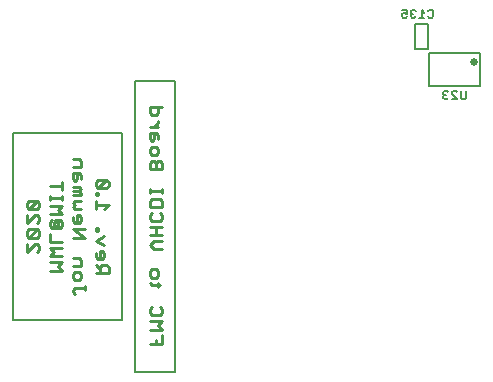
<source format=gbo>
G75*
%MOIN*%
%OFA0B0*%
%FSLAX25Y25*%
%IPPOS*%
%LPD*%
%AMOC8*
5,1,8,0,0,1.08239X$1,22.5*
%
%ADD10C,0.01000*%
%ADD11C,0.00787*%
%ADD12C,0.00800*%
%ADD13C,0.02559*%
%ADD14C,0.00600*%
%ADD15C,0.00500*%
D10*
X0257891Y0146379D02*
X0262012Y0146379D01*
X0262012Y0149127D01*
X0262012Y0151092D02*
X0257891Y0151092D01*
X0257891Y0153839D02*
X0262012Y0153839D01*
X0260638Y0152465D01*
X0262012Y0151092D01*
X0259951Y0147753D02*
X0259951Y0146379D01*
X0258577Y0155804D02*
X0257891Y0156491D01*
X0257891Y0157865D01*
X0258577Y0158552D01*
X0258577Y0155804D02*
X0261325Y0155804D01*
X0262012Y0156491D01*
X0262012Y0157865D01*
X0261325Y0158552D01*
X0260638Y0165230D02*
X0260638Y0166604D01*
X0261325Y0165917D02*
X0258577Y0165917D01*
X0257891Y0166604D01*
X0258577Y0168371D02*
X0257891Y0169058D01*
X0257891Y0170432D01*
X0258577Y0171119D01*
X0259951Y0171119D01*
X0260638Y0170432D01*
X0260638Y0169058D01*
X0259951Y0168371D01*
X0258577Y0168371D01*
X0259264Y0177797D02*
X0257891Y0179171D01*
X0259264Y0180545D01*
X0262012Y0180545D01*
X0262012Y0182509D02*
X0257891Y0182509D01*
X0259951Y0182509D02*
X0259951Y0185257D01*
X0257891Y0185257D02*
X0262012Y0185257D01*
X0261325Y0187222D02*
X0258577Y0187222D01*
X0257891Y0187909D01*
X0257891Y0189283D01*
X0258577Y0189970D01*
X0257891Y0191935D02*
X0257891Y0193996D01*
X0258577Y0194683D01*
X0261325Y0194683D01*
X0262012Y0193996D01*
X0262012Y0191935D01*
X0257891Y0191935D01*
X0261325Y0189970D02*
X0262012Y0189283D01*
X0262012Y0187909D01*
X0261325Y0187222D01*
X0262012Y0196648D02*
X0262012Y0198021D01*
X0262012Y0197334D02*
X0257891Y0197334D01*
X0257891Y0196648D02*
X0257891Y0198021D01*
X0257891Y0204502D02*
X0257891Y0206563D01*
X0258577Y0207250D01*
X0259264Y0207250D01*
X0259951Y0206563D01*
X0259951Y0204502D01*
X0257891Y0204502D02*
X0262012Y0204502D01*
X0262012Y0206563D01*
X0261325Y0207250D01*
X0260638Y0207250D01*
X0259951Y0206563D01*
X0259951Y0209215D02*
X0258577Y0209215D01*
X0257891Y0209902D01*
X0257891Y0211275D01*
X0258577Y0211962D01*
X0259951Y0211962D01*
X0260638Y0211275D01*
X0260638Y0209902D01*
X0259951Y0209215D01*
X0258577Y0213927D02*
X0259264Y0214614D01*
X0259264Y0216675D01*
X0259951Y0216675D02*
X0257891Y0216675D01*
X0257891Y0214614D01*
X0258577Y0213927D01*
X0260638Y0214614D02*
X0260638Y0215988D01*
X0259951Y0216675D01*
X0259264Y0218640D02*
X0260638Y0220014D01*
X0260638Y0220701D01*
X0259951Y0222567D02*
X0258577Y0222567D01*
X0257891Y0223254D01*
X0257891Y0225315D01*
X0262012Y0225315D01*
X0260638Y0225315D02*
X0260638Y0223254D01*
X0259951Y0222567D01*
X0260638Y0218640D02*
X0257891Y0218640D01*
X0235032Y0207347D02*
X0234345Y0208034D01*
X0232284Y0208034D01*
X0232284Y0205287D02*
X0235032Y0205287D01*
X0235032Y0207347D01*
X0234345Y0203322D02*
X0232284Y0203322D01*
X0232284Y0201261D01*
X0232971Y0200574D01*
X0233658Y0201261D01*
X0233658Y0203322D01*
X0234345Y0203322D02*
X0235032Y0202635D01*
X0235032Y0201261D01*
X0234345Y0198609D02*
X0232284Y0198609D01*
X0232284Y0197235D02*
X0234345Y0197235D01*
X0235032Y0197922D01*
X0234345Y0198609D01*
X0234345Y0197235D02*
X0235032Y0196548D01*
X0235032Y0195861D01*
X0232284Y0195861D01*
X0232971Y0193896D02*
X0235032Y0193896D01*
X0232971Y0193896D02*
X0232284Y0193209D01*
X0232971Y0192522D01*
X0232284Y0191835D01*
X0232971Y0191149D01*
X0235032Y0191149D01*
X0234345Y0189184D02*
X0233658Y0189184D01*
X0233658Y0186436D01*
X0232971Y0186436D02*
X0234345Y0186436D01*
X0235032Y0187123D01*
X0235032Y0188497D01*
X0234345Y0189184D01*
X0232284Y0188497D02*
X0232284Y0187123D01*
X0232971Y0186436D01*
X0232284Y0184471D02*
X0236406Y0184471D01*
X0236406Y0181723D02*
X0232284Y0181723D01*
X0232284Y0184471D02*
X0236406Y0181723D01*
X0239961Y0180741D02*
X0242709Y0182115D01*
X0242709Y0179367D02*
X0239961Y0180741D01*
X0239961Y0184080D02*
X0239961Y0184766D01*
X0240648Y0184766D01*
X0240648Y0184080D01*
X0239961Y0184080D01*
X0228729Y0185552D02*
X0228729Y0186926D01*
X0228042Y0187613D01*
X0226668Y0187613D01*
X0225981Y0186926D01*
X0227355Y0186926D01*
X0227355Y0185552D01*
X0225981Y0185552D01*
X0225981Y0186926D01*
X0225294Y0187613D02*
X0224607Y0186926D01*
X0224607Y0185552D01*
X0225294Y0184865D01*
X0228042Y0184865D01*
X0228729Y0185552D01*
X0228729Y0189578D02*
X0224607Y0189578D01*
X0224607Y0192325D02*
X0228729Y0192325D01*
X0227355Y0190952D01*
X0228729Y0189578D01*
X0224607Y0182900D02*
X0224607Y0180152D01*
X0228729Y0180152D01*
X0228729Y0178187D02*
X0224607Y0178187D01*
X0225981Y0176813D01*
X0224607Y0175440D01*
X0228729Y0175440D01*
X0228729Y0173475D02*
X0224607Y0173475D01*
X0224607Y0170727D02*
X0228729Y0170727D01*
X0227355Y0172101D01*
X0228729Y0173475D01*
X0232284Y0172298D02*
X0235032Y0172298D01*
X0235032Y0174359D01*
X0234345Y0175046D01*
X0232284Y0175046D01*
X0232971Y0170333D02*
X0234345Y0170333D01*
X0235032Y0169646D01*
X0235032Y0168272D01*
X0234345Y0167585D01*
X0232971Y0167585D01*
X0232284Y0168272D01*
X0232284Y0169646D01*
X0232971Y0170333D01*
X0239961Y0169941D02*
X0244083Y0169941D01*
X0244083Y0172002D01*
X0243396Y0172689D01*
X0242022Y0172689D01*
X0241335Y0172002D01*
X0241335Y0169941D01*
X0241335Y0171315D02*
X0239961Y0172689D01*
X0240648Y0174654D02*
X0239961Y0175341D01*
X0239961Y0176715D01*
X0241335Y0177402D02*
X0241335Y0174654D01*
X0240648Y0174654D02*
X0242022Y0174654D01*
X0242709Y0175341D01*
X0242709Y0176715D01*
X0242022Y0177402D01*
X0241335Y0177402D01*
X0236406Y0165620D02*
X0236406Y0164246D01*
X0236406Y0164933D02*
X0232971Y0164933D01*
X0232284Y0164246D01*
X0232284Y0163559D01*
X0232971Y0162872D01*
X0220365Y0177010D02*
X0221052Y0177697D01*
X0221052Y0179071D01*
X0220365Y0179758D01*
X0219678Y0179758D01*
X0216930Y0177010D01*
X0216930Y0179758D01*
X0217617Y0181723D02*
X0220365Y0184471D01*
X0217617Y0184471D01*
X0216930Y0183784D01*
X0216930Y0182410D01*
X0217617Y0181723D01*
X0220365Y0181723D01*
X0221052Y0182410D01*
X0221052Y0183784D01*
X0220365Y0184471D01*
X0220365Y0186436D02*
X0221052Y0187123D01*
X0221052Y0188497D01*
X0220365Y0189184D01*
X0219678Y0189184D01*
X0216930Y0186436D01*
X0216930Y0189184D01*
X0217617Y0191149D02*
X0220365Y0193896D01*
X0217617Y0193896D01*
X0216930Y0193209D01*
X0216930Y0191835D01*
X0217617Y0191149D01*
X0220365Y0191149D01*
X0221052Y0191835D01*
X0221052Y0193209D01*
X0220365Y0193896D01*
X0224607Y0194290D02*
X0224607Y0195664D01*
X0224607Y0194977D02*
X0228729Y0194977D01*
X0228729Y0194290D02*
X0228729Y0195664D01*
X0228729Y0197432D02*
X0228729Y0200180D01*
X0228729Y0198806D02*
X0224607Y0198806D01*
X0239961Y0198904D02*
X0240648Y0198218D01*
X0243396Y0200965D01*
X0240648Y0200965D01*
X0239961Y0200278D01*
X0239961Y0198904D01*
X0240648Y0198218D02*
X0243396Y0198218D01*
X0244083Y0198904D01*
X0244083Y0200278D01*
X0243396Y0200965D01*
X0240648Y0196548D02*
X0239961Y0196548D01*
X0239961Y0195861D01*
X0240648Y0195861D01*
X0240648Y0196548D01*
X0239961Y0193896D02*
X0239961Y0191149D01*
X0239961Y0192522D02*
X0244083Y0192522D01*
X0242709Y0191149D01*
X0259264Y0177797D02*
X0262012Y0177797D01*
D11*
X0212220Y0154346D02*
X0212220Y0216551D01*
X0248441Y0216551D01*
X0248441Y0154346D01*
X0212220Y0154346D01*
X0252772Y0137024D02*
X0252772Y0233874D01*
X0266157Y0233874D01*
X0266157Y0137024D01*
X0252772Y0137024D01*
D12*
X0351000Y0232299D02*
X0351000Y0243323D01*
X0367929Y0243323D01*
X0367929Y0232299D01*
X0351000Y0232299D01*
D13*
X0365862Y0240370D03*
D14*
X0363200Y0230525D02*
X0363200Y0228399D01*
X0362775Y0227973D01*
X0361924Y0227973D01*
X0361499Y0228399D01*
X0361499Y0230525D01*
X0360300Y0230100D02*
X0359875Y0230525D01*
X0359024Y0230525D01*
X0358599Y0230100D01*
X0358599Y0229674D01*
X0360300Y0227973D01*
X0358599Y0227973D01*
X0357400Y0228399D02*
X0356974Y0227973D01*
X0356124Y0227973D01*
X0355699Y0228399D01*
X0355699Y0228824D01*
X0356124Y0229249D01*
X0356549Y0229249D01*
X0356124Y0229249D02*
X0355699Y0229674D01*
X0355699Y0230100D01*
X0356124Y0230525D01*
X0356974Y0230525D01*
X0357400Y0230100D01*
X0351836Y0255040D02*
X0350985Y0255040D01*
X0350560Y0255465D01*
X0349361Y0255040D02*
X0347660Y0255040D01*
X0348510Y0255040D02*
X0348510Y0257592D01*
X0349361Y0256741D01*
X0350560Y0257167D02*
X0350985Y0257592D01*
X0351836Y0257592D01*
X0352261Y0257167D01*
X0352261Y0255465D01*
X0351836Y0255040D01*
X0346461Y0255465D02*
X0346036Y0255040D01*
X0345185Y0255040D01*
X0344760Y0255465D01*
X0344760Y0255891D01*
X0345185Y0256316D01*
X0345610Y0256316D01*
X0345185Y0256316D02*
X0344760Y0256741D01*
X0344760Y0257167D01*
X0345185Y0257592D01*
X0346036Y0257592D01*
X0346461Y0257167D01*
X0343561Y0257592D02*
X0343561Y0256316D01*
X0342710Y0256741D01*
X0342285Y0256741D01*
X0341860Y0256316D01*
X0341860Y0255465D01*
X0342285Y0255040D01*
X0343135Y0255040D01*
X0343561Y0255465D01*
X0343561Y0257592D02*
X0341860Y0257592D01*
D15*
X0346241Y0253035D02*
X0350641Y0253035D01*
X0350641Y0244635D01*
X0346241Y0244635D01*
X0346241Y0253035D01*
M02*

</source>
